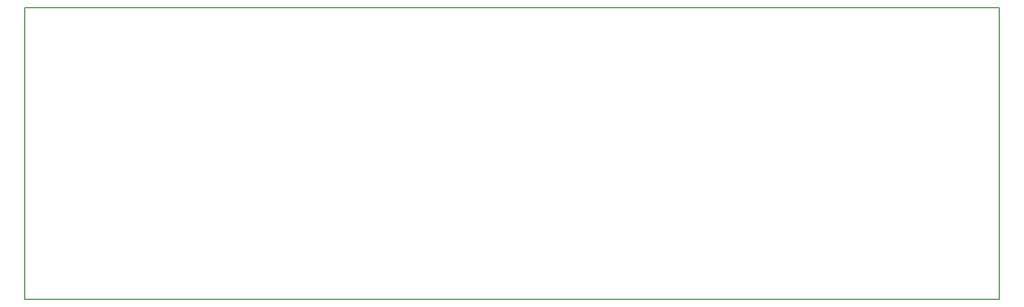
<source format=gbr>
G04 DipTrace Beta 3.9.0.1*
G04 BoardOutline.gbr*
%MOMM*%
G04 #@! TF.FileFunction,Profile*
G04 #@! TF.Part,Single*
%ADD11C,0.14*%
%FSLAX35Y35*%
G04*
G71*
G90*
G75*
G01*
G04 BoardOutline*
%LPD*%
X7731812Y4905938D2*
D11*
Y405438D1*
X-7270188D1*
Y4905938D1*
X7731812D1*
M02*

</source>
